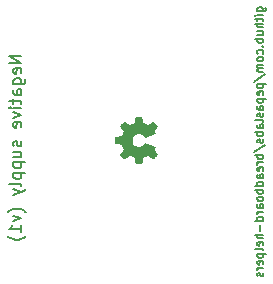
<source format=gbo>
G04 (created by PCBNEW (22-Jun-2014 BZR 4027)-stable) date Sun 09 Jul 2017 03:14:30 PM CDT*
%MOIN*%
G04 Gerber Fmt 3.4, Leading zero omitted, Abs format*
%FSLAX34Y34*%
G01*
G70*
G90*
G04 APERTURE LIST*
%ADD10C,0.00590551*%
%ADD11C,0.008*%
%ADD12C,0.0055*%
%ADD13C,0.0001*%
G04 APERTURE END LIST*
G54D10*
G54D11*
X99161Y-44942D02*
X98761Y-44942D01*
X99161Y-45171D01*
X98761Y-45171D01*
X99142Y-45514D02*
X99161Y-45476D01*
X99161Y-45400D01*
X99142Y-45361D01*
X99104Y-45342D01*
X98952Y-45342D01*
X98914Y-45361D01*
X98895Y-45400D01*
X98895Y-45476D01*
X98914Y-45514D01*
X98952Y-45533D01*
X98990Y-45533D01*
X99028Y-45342D01*
X98895Y-45876D02*
X99219Y-45876D01*
X99257Y-45857D01*
X99276Y-45838D01*
X99295Y-45800D01*
X99295Y-45742D01*
X99276Y-45704D01*
X99142Y-45876D02*
X99161Y-45838D01*
X99161Y-45761D01*
X99142Y-45723D01*
X99123Y-45704D01*
X99085Y-45685D01*
X98971Y-45685D01*
X98933Y-45704D01*
X98914Y-45723D01*
X98895Y-45761D01*
X98895Y-45838D01*
X98914Y-45876D01*
X99161Y-46238D02*
X98952Y-46238D01*
X98914Y-46219D01*
X98895Y-46180D01*
X98895Y-46104D01*
X98914Y-46066D01*
X99142Y-46238D02*
X99161Y-46200D01*
X99161Y-46104D01*
X99142Y-46066D01*
X99104Y-46047D01*
X99066Y-46047D01*
X99028Y-46066D01*
X99009Y-46104D01*
X99009Y-46200D01*
X98990Y-46238D01*
X98895Y-46371D02*
X98895Y-46523D01*
X98761Y-46428D02*
X99104Y-46428D01*
X99142Y-46447D01*
X99161Y-46485D01*
X99161Y-46523D01*
X99161Y-46657D02*
X98895Y-46657D01*
X98761Y-46657D02*
X98780Y-46638D01*
X98800Y-46657D01*
X98780Y-46676D01*
X98761Y-46657D01*
X98800Y-46657D01*
X98895Y-46809D02*
X99161Y-46904D01*
X98895Y-47000D01*
X99142Y-47304D02*
X99161Y-47266D01*
X99161Y-47190D01*
X99142Y-47152D01*
X99104Y-47133D01*
X98952Y-47133D01*
X98914Y-47152D01*
X98895Y-47190D01*
X98895Y-47266D01*
X98914Y-47304D01*
X98952Y-47323D01*
X98990Y-47323D01*
X99028Y-47133D01*
X99142Y-47780D02*
X99161Y-47819D01*
X99161Y-47895D01*
X99142Y-47933D01*
X99104Y-47952D01*
X99085Y-47952D01*
X99047Y-47933D01*
X99028Y-47895D01*
X99028Y-47838D01*
X99009Y-47800D01*
X98971Y-47780D01*
X98952Y-47780D01*
X98914Y-47800D01*
X98895Y-47838D01*
X98895Y-47895D01*
X98914Y-47933D01*
X98895Y-48295D02*
X99161Y-48295D01*
X98895Y-48123D02*
X99104Y-48123D01*
X99142Y-48142D01*
X99161Y-48180D01*
X99161Y-48238D01*
X99142Y-48276D01*
X99123Y-48295D01*
X98895Y-48485D02*
X99295Y-48485D01*
X98914Y-48485D02*
X98895Y-48523D01*
X98895Y-48600D01*
X98914Y-48638D01*
X98933Y-48657D01*
X98971Y-48676D01*
X99085Y-48676D01*
X99123Y-48657D01*
X99142Y-48638D01*
X99161Y-48600D01*
X99161Y-48523D01*
X99142Y-48485D01*
X98895Y-48847D02*
X99295Y-48847D01*
X98914Y-48847D02*
X98895Y-48885D01*
X98895Y-48961D01*
X98914Y-49000D01*
X98933Y-49019D01*
X98971Y-49038D01*
X99085Y-49038D01*
X99123Y-49019D01*
X99142Y-49000D01*
X99161Y-48961D01*
X99161Y-48885D01*
X99142Y-48847D01*
X99161Y-49266D02*
X99142Y-49228D01*
X99104Y-49209D01*
X98761Y-49209D01*
X98895Y-49380D02*
X99161Y-49476D01*
X98895Y-49571D02*
X99161Y-49476D01*
X99257Y-49438D01*
X99276Y-49419D01*
X99295Y-49380D01*
X99314Y-50142D02*
X99295Y-50123D01*
X99238Y-50085D01*
X99200Y-50066D01*
X99142Y-50047D01*
X99047Y-50028D01*
X98971Y-50028D01*
X98876Y-50047D01*
X98819Y-50066D01*
X98780Y-50085D01*
X98723Y-50123D01*
X98704Y-50142D01*
X98895Y-50257D02*
X99161Y-50352D01*
X98895Y-50447D01*
X99161Y-50809D02*
X99161Y-50580D01*
X99161Y-50695D02*
X98761Y-50695D01*
X98819Y-50657D01*
X98857Y-50619D01*
X98876Y-50580D01*
X99314Y-50942D02*
X99295Y-50961D01*
X99238Y-50999D01*
X99200Y-51019D01*
X99142Y-51038D01*
X99047Y-51057D01*
X98971Y-51057D01*
X98876Y-51038D01*
X98819Y-51019D01*
X98780Y-50999D01*
X98723Y-50961D01*
X98704Y-50942D01*
G54D12*
X107027Y-43445D02*
X107250Y-43445D01*
X107276Y-43432D01*
X107289Y-43419D01*
X107302Y-43393D01*
X107302Y-43354D01*
X107289Y-43327D01*
X107198Y-43445D02*
X107211Y-43419D01*
X107211Y-43367D01*
X107198Y-43341D01*
X107185Y-43327D01*
X107158Y-43314D01*
X107080Y-43314D01*
X107054Y-43327D01*
X107041Y-43341D01*
X107027Y-43367D01*
X107027Y-43419D01*
X107041Y-43445D01*
X107211Y-43576D02*
X107027Y-43576D01*
X106936Y-43576D02*
X106949Y-43563D01*
X106962Y-43576D01*
X106949Y-43589D01*
X106936Y-43576D01*
X106962Y-43576D01*
X107027Y-43668D02*
X107027Y-43773D01*
X106936Y-43707D02*
X107172Y-43707D01*
X107198Y-43720D01*
X107211Y-43747D01*
X107211Y-43773D01*
X107211Y-43864D02*
X106936Y-43864D01*
X107211Y-43982D02*
X107067Y-43982D01*
X107041Y-43969D01*
X107027Y-43943D01*
X107027Y-43904D01*
X107041Y-43877D01*
X107054Y-43864D01*
X107027Y-44231D02*
X107211Y-44231D01*
X107027Y-44113D02*
X107172Y-44113D01*
X107198Y-44126D01*
X107211Y-44152D01*
X107211Y-44192D01*
X107198Y-44218D01*
X107185Y-44231D01*
X107211Y-44362D02*
X106936Y-44362D01*
X107041Y-44362D02*
X107027Y-44388D01*
X107027Y-44441D01*
X107041Y-44467D01*
X107054Y-44480D01*
X107080Y-44493D01*
X107158Y-44493D01*
X107185Y-44480D01*
X107198Y-44467D01*
X107211Y-44441D01*
X107211Y-44388D01*
X107198Y-44362D01*
X107185Y-44611D02*
X107198Y-44624D01*
X107211Y-44611D01*
X107198Y-44598D01*
X107185Y-44611D01*
X107211Y-44611D01*
X107198Y-44860D02*
X107211Y-44833D01*
X107211Y-44781D01*
X107198Y-44755D01*
X107185Y-44742D01*
X107158Y-44729D01*
X107080Y-44729D01*
X107054Y-44742D01*
X107041Y-44755D01*
X107027Y-44781D01*
X107027Y-44833D01*
X107041Y-44860D01*
X107211Y-45017D02*
X107198Y-44991D01*
X107185Y-44977D01*
X107158Y-44964D01*
X107080Y-44964D01*
X107054Y-44977D01*
X107041Y-44991D01*
X107027Y-45017D01*
X107027Y-45056D01*
X107041Y-45082D01*
X107054Y-45095D01*
X107080Y-45108D01*
X107158Y-45108D01*
X107185Y-45095D01*
X107198Y-45082D01*
X107211Y-45056D01*
X107211Y-45017D01*
X107211Y-45226D02*
X107027Y-45226D01*
X107054Y-45226D02*
X107041Y-45239D01*
X107027Y-45266D01*
X107027Y-45305D01*
X107041Y-45331D01*
X107067Y-45344D01*
X107211Y-45344D01*
X107067Y-45344D02*
X107041Y-45357D01*
X107027Y-45383D01*
X107027Y-45423D01*
X107041Y-45449D01*
X107067Y-45462D01*
X107211Y-45462D01*
X106923Y-45789D02*
X107276Y-45554D01*
X107027Y-45881D02*
X107302Y-45881D01*
X107041Y-45881D02*
X107027Y-45907D01*
X107027Y-45960D01*
X107041Y-45986D01*
X107054Y-45999D01*
X107080Y-46012D01*
X107158Y-46012D01*
X107185Y-45999D01*
X107198Y-45986D01*
X107211Y-45960D01*
X107211Y-45907D01*
X107198Y-45881D01*
X107198Y-46235D02*
X107211Y-46208D01*
X107211Y-46156D01*
X107198Y-46130D01*
X107172Y-46117D01*
X107067Y-46117D01*
X107041Y-46130D01*
X107027Y-46156D01*
X107027Y-46208D01*
X107041Y-46235D01*
X107067Y-46248D01*
X107093Y-46248D01*
X107119Y-46117D01*
X107027Y-46366D02*
X107302Y-46366D01*
X107041Y-46366D02*
X107027Y-46392D01*
X107027Y-46444D01*
X107041Y-46470D01*
X107054Y-46483D01*
X107080Y-46497D01*
X107158Y-46497D01*
X107185Y-46483D01*
X107198Y-46470D01*
X107211Y-46444D01*
X107211Y-46392D01*
X107198Y-46366D01*
X107211Y-46732D02*
X107067Y-46732D01*
X107041Y-46719D01*
X107027Y-46693D01*
X107027Y-46641D01*
X107041Y-46614D01*
X107198Y-46732D02*
X107211Y-46706D01*
X107211Y-46641D01*
X107198Y-46614D01*
X107172Y-46601D01*
X107145Y-46601D01*
X107119Y-46614D01*
X107106Y-46641D01*
X107106Y-46706D01*
X107093Y-46732D01*
X107198Y-46850D02*
X107211Y-46876D01*
X107211Y-46929D01*
X107198Y-46955D01*
X107172Y-46968D01*
X107158Y-46968D01*
X107132Y-46955D01*
X107119Y-46929D01*
X107119Y-46889D01*
X107106Y-46863D01*
X107080Y-46850D01*
X107067Y-46850D01*
X107041Y-46863D01*
X107027Y-46889D01*
X107027Y-46929D01*
X107041Y-46955D01*
X107211Y-47125D02*
X107198Y-47099D01*
X107172Y-47086D01*
X106936Y-47086D01*
X107211Y-47348D02*
X107067Y-47348D01*
X107041Y-47335D01*
X107027Y-47308D01*
X107027Y-47256D01*
X107041Y-47230D01*
X107198Y-47348D02*
X107211Y-47322D01*
X107211Y-47256D01*
X107198Y-47230D01*
X107172Y-47217D01*
X107145Y-47217D01*
X107119Y-47230D01*
X107106Y-47256D01*
X107106Y-47322D01*
X107093Y-47348D01*
X107211Y-47479D02*
X106936Y-47479D01*
X107041Y-47479D02*
X107027Y-47505D01*
X107027Y-47557D01*
X107041Y-47583D01*
X107054Y-47597D01*
X107080Y-47610D01*
X107158Y-47610D01*
X107185Y-47597D01*
X107198Y-47583D01*
X107211Y-47557D01*
X107211Y-47505D01*
X107198Y-47479D01*
X107198Y-47714D02*
X107211Y-47741D01*
X107211Y-47793D01*
X107198Y-47819D01*
X107172Y-47832D01*
X107158Y-47832D01*
X107132Y-47819D01*
X107119Y-47793D01*
X107119Y-47754D01*
X107106Y-47727D01*
X107080Y-47714D01*
X107067Y-47714D01*
X107041Y-47727D01*
X107027Y-47754D01*
X107027Y-47793D01*
X107041Y-47819D01*
X106923Y-48147D02*
X107276Y-47911D01*
X107211Y-48238D02*
X106936Y-48238D01*
X107041Y-48238D02*
X107027Y-48264D01*
X107027Y-48317D01*
X107041Y-48343D01*
X107054Y-48356D01*
X107080Y-48369D01*
X107158Y-48369D01*
X107185Y-48356D01*
X107198Y-48343D01*
X107211Y-48317D01*
X107211Y-48264D01*
X107198Y-48238D01*
X107211Y-48487D02*
X107027Y-48487D01*
X107080Y-48487D02*
X107054Y-48500D01*
X107041Y-48513D01*
X107027Y-48539D01*
X107027Y-48566D01*
X107198Y-48762D02*
X107211Y-48736D01*
X107211Y-48683D01*
X107198Y-48657D01*
X107172Y-48644D01*
X107067Y-48644D01*
X107041Y-48657D01*
X107027Y-48683D01*
X107027Y-48736D01*
X107041Y-48762D01*
X107067Y-48775D01*
X107093Y-48775D01*
X107119Y-48644D01*
X107211Y-49011D02*
X107067Y-49011D01*
X107041Y-48998D01*
X107027Y-48972D01*
X107027Y-48919D01*
X107041Y-48893D01*
X107198Y-49011D02*
X107211Y-48985D01*
X107211Y-48919D01*
X107198Y-48893D01*
X107172Y-48880D01*
X107145Y-48880D01*
X107119Y-48893D01*
X107106Y-48919D01*
X107106Y-48985D01*
X107093Y-49011D01*
X107211Y-49260D02*
X106936Y-49260D01*
X107198Y-49260D02*
X107211Y-49233D01*
X107211Y-49181D01*
X107198Y-49155D01*
X107185Y-49142D01*
X107158Y-49129D01*
X107080Y-49129D01*
X107054Y-49142D01*
X107041Y-49155D01*
X107027Y-49181D01*
X107027Y-49233D01*
X107041Y-49260D01*
X107211Y-49391D02*
X106936Y-49391D01*
X107041Y-49391D02*
X107027Y-49417D01*
X107027Y-49469D01*
X107041Y-49495D01*
X107054Y-49508D01*
X107080Y-49522D01*
X107158Y-49522D01*
X107185Y-49508D01*
X107198Y-49495D01*
X107211Y-49469D01*
X107211Y-49417D01*
X107198Y-49391D01*
X107211Y-49679D02*
X107198Y-49652D01*
X107185Y-49639D01*
X107158Y-49626D01*
X107080Y-49626D01*
X107054Y-49639D01*
X107041Y-49652D01*
X107027Y-49679D01*
X107027Y-49718D01*
X107041Y-49744D01*
X107054Y-49757D01*
X107080Y-49770D01*
X107158Y-49770D01*
X107185Y-49757D01*
X107198Y-49744D01*
X107211Y-49718D01*
X107211Y-49679D01*
X107211Y-50006D02*
X107067Y-50006D01*
X107041Y-49993D01*
X107027Y-49967D01*
X107027Y-49914D01*
X107041Y-49888D01*
X107198Y-50006D02*
X107211Y-49980D01*
X107211Y-49914D01*
X107198Y-49888D01*
X107172Y-49875D01*
X107145Y-49875D01*
X107119Y-49888D01*
X107106Y-49914D01*
X107106Y-49980D01*
X107093Y-50006D01*
X107211Y-50137D02*
X107027Y-50137D01*
X107080Y-50137D02*
X107054Y-50150D01*
X107041Y-50163D01*
X107027Y-50189D01*
X107027Y-50216D01*
X107211Y-50425D02*
X106936Y-50425D01*
X107198Y-50425D02*
X107211Y-50399D01*
X107211Y-50347D01*
X107198Y-50320D01*
X107185Y-50307D01*
X107158Y-50294D01*
X107080Y-50294D01*
X107054Y-50307D01*
X107041Y-50320D01*
X107027Y-50347D01*
X107027Y-50399D01*
X107041Y-50425D01*
X107106Y-50556D02*
X107106Y-50766D01*
X107211Y-50897D02*
X106936Y-50897D01*
X107211Y-51014D02*
X107067Y-51014D01*
X107041Y-51001D01*
X107027Y-50975D01*
X107027Y-50936D01*
X107041Y-50910D01*
X107054Y-50897D01*
X107198Y-51250D02*
X107211Y-51224D01*
X107211Y-51172D01*
X107198Y-51145D01*
X107172Y-51132D01*
X107067Y-51132D01*
X107041Y-51145D01*
X107027Y-51172D01*
X107027Y-51224D01*
X107041Y-51250D01*
X107067Y-51263D01*
X107093Y-51263D01*
X107119Y-51132D01*
X107211Y-51420D02*
X107198Y-51394D01*
X107172Y-51381D01*
X106936Y-51381D01*
X107027Y-51525D02*
X107302Y-51525D01*
X107041Y-51525D02*
X107027Y-51551D01*
X107027Y-51604D01*
X107041Y-51630D01*
X107054Y-51643D01*
X107080Y-51656D01*
X107158Y-51656D01*
X107185Y-51643D01*
X107198Y-51630D01*
X107211Y-51604D01*
X107211Y-51551D01*
X107198Y-51525D01*
X107198Y-51879D02*
X107211Y-51852D01*
X107211Y-51800D01*
X107198Y-51774D01*
X107172Y-51761D01*
X107067Y-51761D01*
X107041Y-51774D01*
X107027Y-51800D01*
X107027Y-51852D01*
X107041Y-51879D01*
X107067Y-51892D01*
X107093Y-51892D01*
X107119Y-51761D01*
X107211Y-52010D02*
X107027Y-52010D01*
X107080Y-52010D02*
X107054Y-52023D01*
X107041Y-52036D01*
X107027Y-52062D01*
X107027Y-52088D01*
X107198Y-52167D02*
X107211Y-52193D01*
X107211Y-52245D01*
X107198Y-52272D01*
X107172Y-52285D01*
X107158Y-52285D01*
X107132Y-52272D01*
X107119Y-52245D01*
X107119Y-52206D01*
X107106Y-52180D01*
X107080Y-52167D01*
X107067Y-52167D01*
X107041Y-52180D01*
X107027Y-52206D01*
X107027Y-52245D01*
X107041Y-52272D01*
G54D13*
G36*
X103707Y-47273D02*
X103703Y-47281D01*
X103691Y-47300D01*
X103674Y-47326D01*
X103653Y-47357D01*
X103632Y-47388D01*
X103615Y-47414D01*
X103603Y-47432D01*
X103599Y-47439D01*
X103600Y-47443D01*
X103608Y-47458D01*
X103619Y-47480D01*
X103625Y-47492D01*
X103634Y-47512D01*
X103636Y-47522D01*
X103633Y-47523D01*
X103618Y-47531D01*
X103592Y-47542D01*
X103558Y-47557D01*
X103518Y-47574D01*
X103475Y-47592D01*
X103431Y-47610D01*
X103389Y-47628D01*
X103351Y-47643D01*
X103321Y-47656D01*
X103299Y-47664D01*
X103290Y-47667D01*
X103288Y-47666D01*
X103279Y-47656D01*
X103266Y-47639D01*
X103235Y-47601D01*
X103189Y-47565D01*
X103137Y-47542D01*
X103079Y-47535D01*
X103026Y-47541D01*
X102975Y-47562D01*
X102928Y-47598D01*
X102894Y-47642D01*
X102872Y-47693D01*
X102865Y-47750D01*
X102871Y-47805D01*
X102892Y-47857D01*
X102927Y-47904D01*
X102950Y-47923D01*
X102997Y-47950D01*
X103047Y-47966D01*
X103059Y-47967D01*
X103115Y-47965D01*
X103168Y-47949D01*
X103215Y-47920D01*
X103254Y-47879D01*
X103258Y-47874D01*
X103272Y-47855D01*
X103281Y-47843D01*
X103289Y-47833D01*
X103459Y-47903D01*
X103486Y-47914D01*
X103532Y-47934D01*
X103572Y-47951D01*
X103604Y-47964D01*
X103625Y-47974D01*
X103634Y-47978D01*
X103634Y-47978D01*
X103635Y-47984D01*
X103630Y-47997D01*
X103619Y-48021D01*
X103611Y-48037D01*
X103602Y-48055D01*
X103599Y-48063D01*
X103603Y-48070D01*
X103614Y-48087D01*
X103631Y-48112D01*
X103651Y-48142D01*
X103671Y-48171D01*
X103689Y-48198D01*
X103701Y-48217D01*
X103706Y-48227D01*
X103706Y-48228D01*
X103701Y-48236D01*
X103689Y-48252D01*
X103667Y-48275D01*
X103635Y-48307D01*
X103630Y-48312D01*
X103602Y-48339D01*
X103579Y-48361D01*
X103563Y-48376D01*
X103556Y-48381D01*
X103556Y-48381D01*
X103546Y-48376D01*
X103527Y-48364D01*
X103500Y-48346D01*
X103469Y-48325D01*
X103387Y-48269D01*
X103310Y-48300D01*
X103287Y-48309D01*
X103258Y-48321D01*
X103238Y-48330D01*
X103229Y-48335D01*
X103226Y-48343D01*
X103221Y-48364D01*
X103214Y-48395D01*
X103208Y-48431D01*
X103201Y-48466D01*
X103195Y-48497D01*
X103191Y-48520D01*
X103189Y-48530D01*
X103187Y-48532D01*
X103182Y-48534D01*
X103172Y-48536D01*
X103153Y-48536D01*
X103123Y-48537D01*
X103079Y-48537D01*
X103075Y-48537D01*
X103033Y-48536D01*
X103000Y-48536D01*
X102979Y-48535D01*
X102971Y-48533D01*
X102971Y-48533D01*
X102968Y-48523D01*
X102964Y-48501D01*
X102957Y-48470D01*
X102950Y-48432D01*
X102950Y-48430D01*
X102943Y-48393D01*
X102936Y-48362D01*
X102931Y-48340D01*
X102928Y-48331D01*
X102926Y-48329D01*
X102911Y-48321D01*
X102888Y-48310D01*
X102860Y-48298D01*
X102831Y-48286D01*
X102804Y-48275D01*
X102785Y-48268D01*
X102776Y-48266D01*
X102776Y-48266D01*
X102767Y-48272D01*
X102747Y-48285D01*
X102721Y-48303D01*
X102689Y-48325D01*
X102686Y-48326D01*
X102655Y-48348D01*
X102628Y-48365D01*
X102609Y-48377D01*
X102601Y-48381D01*
X102600Y-48381D01*
X102591Y-48374D01*
X102573Y-48358D01*
X102549Y-48335D01*
X102521Y-48307D01*
X102513Y-48298D01*
X102483Y-48268D01*
X102463Y-48247D01*
X102453Y-48233D01*
X102450Y-48227D01*
X102451Y-48227D01*
X102456Y-48217D01*
X102469Y-48197D01*
X102488Y-48170D01*
X102509Y-48138D01*
X102511Y-48136D01*
X102532Y-48105D01*
X102550Y-48079D01*
X102562Y-48060D01*
X102567Y-48052D01*
X102567Y-48050D01*
X102563Y-48038D01*
X102556Y-48015D01*
X102545Y-47988D01*
X102533Y-47959D01*
X102522Y-47932D01*
X102513Y-47912D01*
X102508Y-47903D01*
X102507Y-47903D01*
X102496Y-47899D01*
X102472Y-47894D01*
X102440Y-47887D01*
X102401Y-47880D01*
X102395Y-47879D01*
X102358Y-47872D01*
X102327Y-47866D01*
X102305Y-47861D01*
X102296Y-47859D01*
X102295Y-47854D01*
X102294Y-47835D01*
X102293Y-47807D01*
X102293Y-47773D01*
X102293Y-47738D01*
X102294Y-47704D01*
X102295Y-47674D01*
X102296Y-47653D01*
X102298Y-47644D01*
X102299Y-47643D01*
X102310Y-47640D01*
X102334Y-47635D01*
X102366Y-47628D01*
X102405Y-47621D01*
X102412Y-47620D01*
X102449Y-47613D01*
X102480Y-47606D01*
X102501Y-47602D01*
X102509Y-47599D01*
X102511Y-47596D01*
X102518Y-47581D01*
X102528Y-47556D01*
X102541Y-47524D01*
X102570Y-47452D01*
X102509Y-47364D01*
X102504Y-47356D01*
X102482Y-47324D01*
X102465Y-47298D01*
X102453Y-47280D01*
X102449Y-47272D01*
X102449Y-47272D01*
X102457Y-47263D01*
X102473Y-47245D01*
X102497Y-47221D01*
X102524Y-47194D01*
X102545Y-47173D01*
X102570Y-47149D01*
X102586Y-47133D01*
X102597Y-47125D01*
X102604Y-47122D01*
X102608Y-47123D01*
X102617Y-47128D01*
X102636Y-47141D01*
X102663Y-47159D01*
X102694Y-47181D01*
X102721Y-47199D01*
X102750Y-47218D01*
X102771Y-47230D01*
X102782Y-47235D01*
X102786Y-47234D01*
X102803Y-47227D01*
X102830Y-47217D01*
X102861Y-47204D01*
X102931Y-47173D01*
X102939Y-47127D01*
X102945Y-47099D01*
X102952Y-47060D01*
X102959Y-47023D01*
X102971Y-46965D01*
X103183Y-46963D01*
X103187Y-46972D01*
X103190Y-46981D01*
X103194Y-47002D01*
X103200Y-47033D01*
X103207Y-47069D01*
X103213Y-47100D01*
X103219Y-47131D01*
X103223Y-47153D01*
X103225Y-47163D01*
X103229Y-47166D01*
X103244Y-47174D01*
X103268Y-47185D01*
X103297Y-47197D01*
X103326Y-47209D01*
X103354Y-47220D01*
X103375Y-47228D01*
X103386Y-47231D01*
X103394Y-47227D01*
X103412Y-47215D01*
X103438Y-47198D01*
X103469Y-47177D01*
X103500Y-47155D01*
X103527Y-47138D01*
X103546Y-47125D01*
X103554Y-47120D01*
X103560Y-47123D01*
X103575Y-47135D01*
X103599Y-47158D01*
X103634Y-47193D01*
X103639Y-47199D01*
X103666Y-47226D01*
X103687Y-47250D01*
X103702Y-47266D01*
X103707Y-47273D01*
X103707Y-47273D01*
G37*
M02*

</source>
